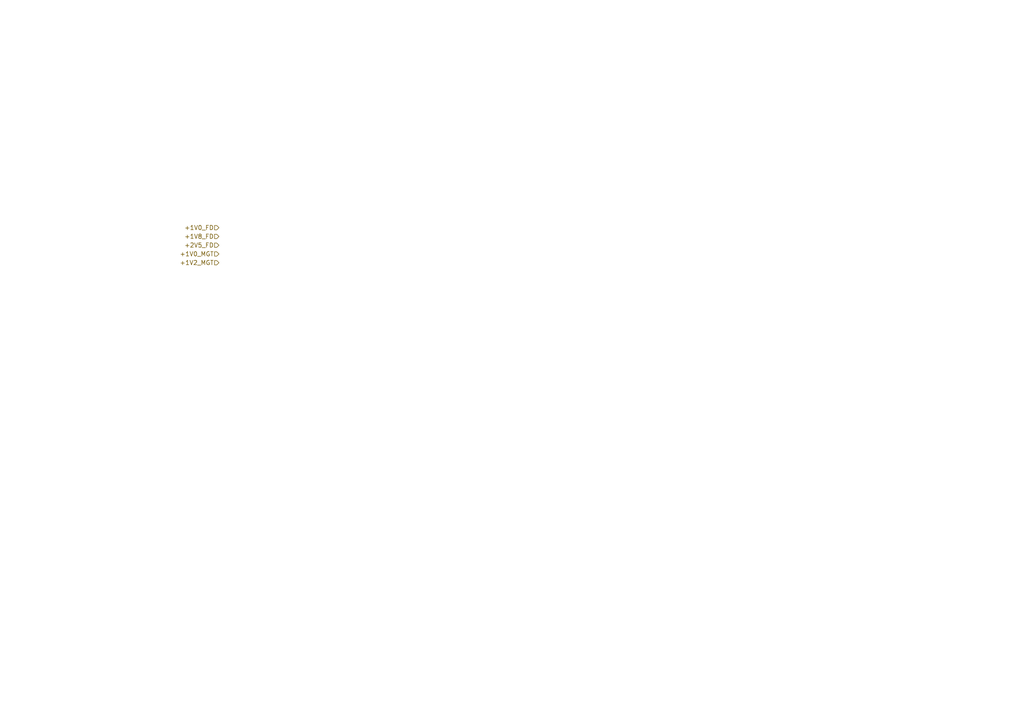
<source format=kicad_sch>
(kicad_sch
	(version 20250114)
	(generator "eeschema")
	(generator_version "9.0")
	(uuid "a0717211-f10b-46c5-862d-380e25d3f5f1")
	(paper "A4")
	(title_block
		(title "RPi HwAB HAT+")
		(date "2025-08-23")
		(rev "01")
		(company "Andre S Winkel")
	)
	(lib_symbols)
	(hierarchical_label "+1V0_FD"
		(shape input)
		(at 63.5 66.04 180)
		(effects
			(font
				(size 1.27 1.27)
			)
			(justify right)
		)
		(uuid "0571a1b3-ca97-4137-8e60-eaf1b46b0b47")
	)
	(hierarchical_label "+2V5_FD"
		(shape input)
		(at 63.5 71.12 180)
		(effects
			(font
				(size 1.27 1.27)
			)
			(justify right)
		)
		(uuid "1b48719d-5c0f-496c-8379-6654f6609e70")
	)
	(hierarchical_label "+1V2_MGT"
		(shape input)
		(at 63.5 76.2 180)
		(effects
			(font
				(size 1.27 1.27)
			)
			(justify right)
		)
		(uuid "79daeb39-f272-4435-b96b-638cde51931d")
	)
	(hierarchical_label "+1V0_MGT"
		(shape input)
		(at 63.5 73.66 180)
		(effects
			(font
				(size 1.27 1.27)
			)
			(justify right)
		)
		(uuid "b85177bf-a13f-4595-a64b-6c4a8dad0f92")
	)
	(hierarchical_label "+1V8_FD"
		(shape input)
		(at 63.5 68.58 180)
		(effects
			(font
				(size 1.27 1.27)
			)
			(justify right)
		)
		(uuid "ed0537e4-5afe-496e-933b-de26854b4da5")
	)
)

</source>
